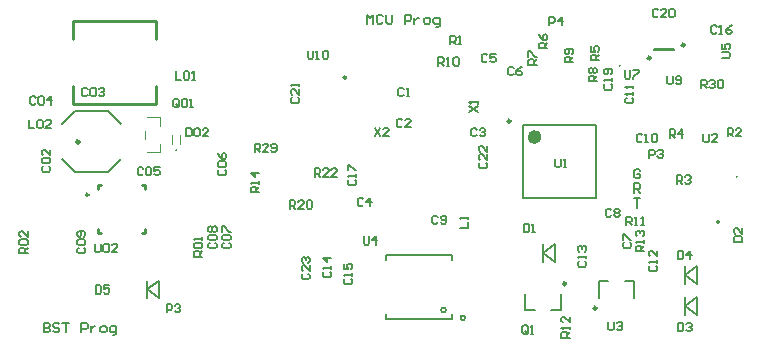
<source format=gbr>
%TF.GenerationSoftware,Altium Limited,Altium Designer,20.2.6 (244)*%
G04 Layer_Color=65535*
%FSLAX45Y45*%
%MOMM*%
%TF.SameCoordinates,BE144905-350C-4E41-9AB6-63F68E724E9C*%
%TF.FilePolarity,Positive*%
%TF.FileFunction,Legend,Top*%
%TF.Part,Single*%
G01*
G75*
%TA.AperFunction,NonConductor*%
%ADD61C,0.20000*%
%ADD62C,0.30000*%
%ADD63C,0.10000*%
%ADD74C,0.60000*%
%ADD75C,0.25000*%
%ADD76C,0.25400*%
D61*
X5230000Y2385000D02*
G03*
X5230000Y2385000I-5590J0D01*
G01*
X6070000Y1060000D02*
G03*
X6070000Y1060000I-10000J0D01*
G01*
X1472500Y1670000D02*
G03*
X1472500Y1670000I-2500J0D01*
G01*
X6223090Y1444410D02*
G03*
X6223090Y1444410I-5590J0D01*
G01*
X3756400Y315000D02*
G03*
X3756400Y315000I-20000J0D01*
G01*
X3920000Y250000D02*
G03*
X3920000Y250000I-20000J0D01*
G01*
X4407475Y1260050D02*
X5027475D01*
X4407475Y1880050D02*
X5027475D01*
Y1260050D02*
Y1880050D01*
X4407475Y1260050D02*
Y1880050D01*
X5780000Y275000D02*
Y425000D01*
Y275000D02*
Y350000D01*
X5880000Y275000D01*
X5780000Y350000D02*
X5880000Y425000D01*
Y275000D02*
Y425000D01*
X5515000Y2515000D02*
Y2525000D01*
X5685000Y2515000D02*
Y2525000D01*
X5515000Y2515000D02*
X5685000D01*
X5515000Y2525000D02*
X5685000D01*
X5780000Y535000D02*
Y685000D01*
Y535000D02*
Y610000D01*
X5880000Y535000D01*
X5780000Y610000D02*
X5880000Y685000D01*
Y535000D02*
Y685000D01*
X5050000Y417500D02*
Y557500D01*
X5130000D01*
X5350000Y417500D02*
Y557500D01*
X5270000D02*
X5350000D01*
X4729974Y312500D02*
Y452500D01*
X4649974Y312500D02*
X4729974D01*
X4429974D02*
Y452500D01*
Y312500D02*
X4509974D01*
X510000Y1590000D02*
X620000Y1480000D01*
X900000D01*
X1010000Y1590000D01*
X900000Y2000000D02*
X1010000Y1890000D01*
X620000Y2000000D02*
X900000D01*
X510000Y1890000D02*
X620000Y2000000D01*
X1230000Y415000D02*
Y565000D01*
Y415000D02*
Y490000D01*
X1330000Y415000D01*
X1230000Y490000D02*
X1330000Y565000D01*
Y415000D02*
Y565000D01*
X4680000Y725000D02*
Y875000D01*
X4580000Y800000D02*
X4680000Y875000D01*
X4580000Y800000D02*
X4680000Y725000D01*
X4580000D02*
Y800000D01*
Y725000D02*
Y875000D01*
X3810000Y740000D02*
Y780000D01*
X3250000Y740000D02*
Y780000D01*
X3810000D01*
X3250000Y240000D02*
X3810000D01*
X3250000D02*
Y280000D01*
X3810000Y240000D02*
Y280000D01*
X4683348Y1594989D02*
Y1536674D01*
X4695011Y1525011D01*
X4718337D01*
X4730000Y1536674D01*
Y1594989D01*
X4753326Y1525011D02*
X4776652D01*
X4764989D01*
Y1594989D01*
X4753326Y1583326D01*
X350000Y206632D02*
Y126658D01*
X389987D01*
X403316Y139987D01*
Y153316D01*
X389987Y166645D01*
X350000D01*
X389987D01*
X403316Y179974D01*
Y193303D01*
X389987Y206632D01*
X350000D01*
X483290Y193303D02*
X469961Y206632D01*
X443303D01*
X429974Y193303D01*
Y179974D01*
X443303Y166645D01*
X469961D01*
X483290Y153316D01*
Y139987D01*
X469961Y126658D01*
X443303D01*
X429974Y139987D01*
X509948Y206632D02*
X563265D01*
X536606D01*
Y126658D01*
X669897D02*
Y206632D01*
X709884D01*
X723213Y193303D01*
Y166645D01*
X709884Y153316D01*
X669897D01*
X749871Y179974D02*
Y126658D01*
Y153316D01*
X763200Y166645D01*
X776529Y179974D01*
X789858D01*
X843174Y126658D02*
X869832D01*
X883161Y139987D01*
Y166645D01*
X869832Y179974D01*
X843174D01*
X829845Y166645D01*
Y139987D01*
X843174Y126658D01*
X936477Y100000D02*
X949807D01*
X963135Y113329D01*
Y179974D01*
X923149D01*
X909819Y166645D01*
Y139987D01*
X923149Y126658D01*
X963135D01*
X3090000Y2736658D02*
Y2816632D01*
X3116658Y2789974D01*
X3143316Y2816632D01*
Y2736658D01*
X3223290Y2803303D02*
X3209961Y2816632D01*
X3183303D01*
X3169974Y2803303D01*
Y2749987D01*
X3183303Y2736658D01*
X3209961D01*
X3223290Y2749987D01*
X3249948Y2816632D02*
Y2749987D01*
X3263277Y2736658D01*
X3289936D01*
X3303264Y2749987D01*
Y2816632D01*
X3409897Y2736658D02*
Y2816632D01*
X3449884D01*
X3463213Y2803303D01*
Y2776645D01*
X3449884Y2763316D01*
X3409897D01*
X3489871Y2789974D02*
Y2736658D01*
Y2763316D01*
X3503200Y2776645D01*
X3516529Y2789974D01*
X3529858D01*
X3583174Y2736658D02*
X3609832D01*
X3623161Y2749987D01*
Y2776645D01*
X3609832Y2789974D01*
X3583174D01*
X3569845Y2776645D01*
Y2749987D01*
X3583174Y2736658D01*
X3676477Y2710000D02*
X3689806D01*
X3703135Y2723329D01*
Y2789974D01*
X3663148D01*
X3649819Y2776645D01*
Y2749987D01*
X3663148Y2736658D01*
X3703135D01*
X5350000Y1259974D02*
X5403316D01*
X5376658D01*
Y1180000D01*
X5350000Y1310000D02*
Y1389974D01*
X5389987D01*
X5403316Y1376645D01*
Y1349987D01*
X5389987Y1336658D01*
X5350000D01*
X5376658D02*
X5403316Y1310000D01*
Y1496645D02*
X5389987Y1509974D01*
X5363329D01*
X5350000Y1496645D01*
Y1443329D01*
X5363329Y1430000D01*
X5389987D01*
X5403316Y1443329D01*
Y1469987D01*
X5376658D01*
X3155900Y1859357D02*
X3202552Y1789380D01*
Y1859357D02*
X3155900Y1789380D01*
X3272529D02*
X3225877D01*
X3272529Y1836032D01*
Y1847695D01*
X3260866Y1859357D01*
X3237540D01*
X3225877Y1847695D01*
X3058337Y1253326D02*
X3046674Y1264989D01*
X3023348D01*
X3011685Y1253326D01*
Y1206674D01*
X3023348Y1195011D01*
X3046674D01*
X3058337Y1206674D01*
X3116652Y1195011D02*
Y1264989D01*
X3081663Y1230000D01*
X3128315D01*
X4018337Y1843326D02*
X4006674Y1854989D01*
X3983348D01*
X3971685Y1843326D01*
Y1796674D01*
X3983348Y1785011D01*
X4006674D01*
X4018337Y1796674D01*
X4041663Y1843326D02*
X4053326Y1854989D01*
X4076652D01*
X4088315Y1843326D01*
Y1831663D01*
X4076652Y1820000D01*
X4064989D01*
X4076652D01*
X4088315Y1808337D01*
Y1796674D01*
X4076652Y1785011D01*
X4053326D01*
X4041663Y1796674D01*
X3955011Y1993348D02*
X4024988Y2040000D01*
X3955011D02*
X4024988Y1993348D01*
Y2063326D02*
Y2086652D01*
Y2074989D01*
X3955011D01*
X3966674Y2063326D01*
X2586940Y2512137D02*
Y2453823D01*
X2598603Y2442160D01*
X2621929D01*
X2633592Y2453823D01*
Y2512137D01*
X2656917Y2442160D02*
X2680243D01*
X2668580D01*
Y2512137D01*
X2656917Y2500475D01*
X2715232D02*
X2726895Y2512137D01*
X2750221D01*
X2761884Y2500475D01*
Y2453823D01*
X2750221Y2442160D01*
X2726895D01*
X2715232Y2453823D01*
Y2500475D01*
X5631685Y2294989D02*
Y2236674D01*
X5643348Y2225011D01*
X5666674D01*
X5678337Y2236674D01*
Y2294989D01*
X5701663Y2236674D02*
X5713326Y2225011D01*
X5736652D01*
X5748315Y2236674D01*
Y2283326D01*
X5736652Y2294989D01*
X5713326D01*
X5701663Y2283326D01*
Y2271663D01*
X5713326Y2260000D01*
X5748315D01*
X5271685Y2344989D02*
Y2286674D01*
X5283348Y2275011D01*
X5306674D01*
X5318337Y2286674D01*
Y2344989D01*
X5341663D02*
X5388315D01*
Y2333326D01*
X5341663Y2286674D01*
Y2275011D01*
X6095011Y2451685D02*
X6153326D01*
X6164989Y2463348D01*
Y2486674D01*
X6153326Y2498337D01*
X6095011D01*
Y2568315D02*
Y2521663D01*
X6130000D01*
X6118337Y2544989D01*
Y2556652D01*
X6130000Y2568315D01*
X6153326D01*
X6164989Y2556652D01*
Y2533326D01*
X6153326Y2521663D01*
X3059380Y939877D02*
Y881563D01*
X3071043Y869900D01*
X3094369D01*
X3106032Y881563D01*
Y939877D01*
X3164346Y869900D02*
Y939877D01*
X3129357Y904889D01*
X3176009D01*
X5131685Y214989D02*
Y156674D01*
X5143348Y145011D01*
X5166674D01*
X5178337Y156674D01*
Y214989D01*
X5201663Y203326D02*
X5213326Y214989D01*
X5236652D01*
X5248315Y203326D01*
Y191663D01*
X5236652Y180000D01*
X5224989D01*
X5236652D01*
X5248315Y168337D01*
Y156674D01*
X5236652Y145011D01*
X5213326D01*
X5201663Y156674D01*
X5937200Y1806017D02*
Y1747703D01*
X5948863Y1736040D01*
X5972189D01*
X5983852Y1747703D01*
Y1806017D01*
X6053829Y1736040D02*
X6007177D01*
X6053829Y1782692D01*
Y1794355D01*
X6042166Y1806017D01*
X6018840D01*
X6007177Y1794355D01*
X786697Y874989D02*
Y816674D01*
X798360Y805011D01*
X821685D01*
X833348Y816674D01*
Y874989D01*
X856674Y863326D02*
X868337Y874989D01*
X891663D01*
X903326Y863326D01*
Y816674D01*
X891663Y805011D01*
X868337D01*
X856674Y816674D01*
Y863326D01*
X973303Y805011D02*
X926652D01*
X973303Y851663D01*
Y863326D01*
X961640Y874989D01*
X938315D01*
X926652Y863326D01*
X5916697Y2195011D02*
Y2264989D01*
X5951685D01*
X5963348Y2253326D01*
Y2230000D01*
X5951685Y2218337D01*
X5916697D01*
X5940022D02*
X5963348Y2195011D01*
X5986674Y2253326D02*
X5998337Y2264989D01*
X6021663D01*
X6033326Y2253326D01*
Y2241663D01*
X6021663Y2230000D01*
X6010000D01*
X6021663D01*
X6033326Y2218337D01*
Y2206674D01*
X6021663Y2195011D01*
X5998337D01*
X5986674Y2206674D01*
X6056652Y2253326D02*
X6068315Y2264989D01*
X6091640D01*
X6103303Y2253326D01*
Y2206674D01*
X6091640Y2195011D01*
X6068315D01*
X6056652Y2206674D01*
Y2253326D01*
X2136697Y1655011D02*
Y1724989D01*
X2171686D01*
X2183348Y1713326D01*
Y1690000D01*
X2171686Y1678337D01*
X2136697D01*
X2160023D02*
X2183348Y1655011D01*
X2253326D02*
X2206674D01*
X2253326Y1701663D01*
Y1713326D01*
X2241663Y1724989D01*
X2218337D01*
X2206674Y1713326D01*
X2276652Y1666674D02*
X2288315Y1655011D01*
X2311641D01*
X2323303Y1666674D01*
Y1713326D01*
X2311641Y1724989D01*
X2288315D01*
X2276652Y1713326D01*
Y1701663D01*
X2288315Y1690000D01*
X2323303D01*
X2646697Y1445011D02*
Y1514989D01*
X2681686D01*
X2693348Y1503326D01*
Y1480000D01*
X2681686Y1468337D01*
X2646697D01*
X2670023D02*
X2693348Y1445011D01*
X2763326D02*
X2716674D01*
X2763326Y1491663D01*
Y1503326D01*
X2751663Y1514989D01*
X2728337D01*
X2716674Y1503326D01*
X2833303Y1445011D02*
X2786652D01*
X2833303Y1491663D01*
Y1503326D01*
X2821641Y1514989D01*
X2798315D01*
X2786652Y1503326D01*
X2436697Y1175011D02*
Y1244989D01*
X2471685D01*
X2483348Y1233326D01*
Y1210000D01*
X2471685Y1198337D01*
X2436697D01*
X2460023D02*
X2483348Y1175011D01*
X2553326D02*
X2506674D01*
X2553326Y1221663D01*
Y1233326D01*
X2541663Y1244989D01*
X2518337D01*
X2506674Y1233326D01*
X2576652D02*
X2588315Y1244989D01*
X2611640D01*
X2623303Y1233326D01*
Y1186674D01*
X2611640Y1175011D01*
X2588315D01*
X2576652Y1186674D01*
Y1233326D01*
X2174989Y1312528D02*
X2105011D01*
Y1347517D01*
X2116674Y1359180D01*
X2140000D01*
X2151663Y1347517D01*
Y1312528D01*
Y1335854D02*
X2174989Y1359180D01*
Y1382505D02*
Y1405831D01*
Y1394168D01*
X2105011D01*
X2116674Y1382505D01*
X2174989Y1475809D02*
X2105011D01*
X2140000Y1440820D01*
Y1487472D01*
X5434989Y812528D02*
X5365011D01*
Y847517D01*
X5376674Y859180D01*
X5400000D01*
X5411663Y847517D01*
Y812528D01*
Y835854D02*
X5434989Y859180D01*
Y882506D02*
Y905832D01*
Y894169D01*
X5365011D01*
X5376674Y882506D01*
Y940820D02*
X5365011Y952483D01*
Y975809D01*
X5376674Y987472D01*
X5388337D01*
X5400000Y975809D01*
Y964146D01*
Y975809D01*
X5411663Y987472D01*
X5423326D01*
X5434989Y975809D01*
Y952483D01*
X5423326Y940820D01*
X4804989Y82528D02*
X4735011D01*
Y117517D01*
X4746674Y129180D01*
X4770000D01*
X4781663Y117517D01*
Y82528D01*
Y105854D02*
X4804989Y129180D01*
Y152505D02*
Y175831D01*
Y164168D01*
X4735011D01*
X4746674Y152505D01*
X4804989Y257472D02*
Y210820D01*
X4758337Y257472D01*
X4746674D01*
X4735011Y245809D01*
Y222483D01*
X4746674Y210820D01*
X5284191Y1035011D02*
Y1104989D01*
X5319180D01*
X5330843Y1093326D01*
Y1070000D01*
X5319180Y1058337D01*
X5284191D01*
X5307517D02*
X5330843Y1035011D01*
X5354169D02*
X5377494D01*
X5365832D01*
Y1104989D01*
X5354169Y1093326D01*
X5412483Y1035011D02*
X5435809D01*
X5424146D01*
Y1104989D01*
X5412483Y1093326D01*
X3692528Y2385011D02*
Y2454989D01*
X3727517D01*
X3739180Y2443326D01*
Y2420000D01*
X3727517Y2408337D01*
X3692528D01*
X3715854D02*
X3739180Y2385011D01*
X3762506D02*
X3785832D01*
X3774169D01*
Y2454989D01*
X3762506Y2443326D01*
X3820820D02*
X3832483Y2454989D01*
X3855809D01*
X3867472Y2443326D01*
Y2396674D01*
X3855809Y2385011D01*
X3832483D01*
X3820820Y2396674D01*
Y2443326D01*
X4834989Y2411686D02*
X4765011D01*
Y2446674D01*
X4776674Y2458337D01*
X4800000D01*
X4811663Y2446674D01*
Y2411686D01*
Y2435011D02*
X4834989Y2458337D01*
X4823326Y2481663D02*
X4834989Y2493326D01*
Y2516652D01*
X4823326Y2528315D01*
X4776674D01*
X4765011Y2516652D01*
Y2493326D01*
X4776674Y2481663D01*
X4788337D01*
X4800000Y2493326D01*
Y2528315D01*
X5034988Y2251685D02*
X4965011D01*
Y2286674D01*
X4976674Y2298337D01*
X5000000D01*
X5011663Y2286674D01*
Y2251685D01*
Y2275011D02*
X5034988Y2298337D01*
X4976674Y2321663D02*
X4965011Y2333326D01*
Y2356651D01*
X4976674Y2368314D01*
X4988337D01*
X5000000Y2356651D01*
X5011663Y2368314D01*
X5023325D01*
X5034988Y2356651D01*
Y2333326D01*
X5023325Y2321663D01*
X5011663D01*
X5000000Y2333326D01*
X4988337Y2321663D01*
X4976674D01*
X5000000Y2333326D02*
Y2356651D01*
X4524988Y2391685D02*
X4455011D01*
Y2426674D01*
X4466674Y2438337D01*
X4489999D01*
X4501662Y2426674D01*
Y2391685D01*
Y2415011D02*
X4524988Y2438337D01*
X4455011Y2461663D02*
Y2508315D01*
X4466674D01*
X4513325Y2461663D01*
X4524988D01*
X4614989Y2531685D02*
X4545011D01*
Y2566674D01*
X4556674Y2578337D01*
X4580000D01*
X4591663Y2566674D01*
Y2531685D01*
Y2555011D02*
X4614989Y2578337D01*
X4545011Y2648314D02*
X4556674Y2624989D01*
X4580000Y2601663D01*
X4603326D01*
X4614989Y2613326D01*
Y2636652D01*
X4603326Y2648314D01*
X4591663D01*
X4580000Y2636652D01*
Y2601663D01*
X5054989Y2431686D02*
X4985011D01*
Y2466674D01*
X4996674Y2478337D01*
X5020000D01*
X5031663Y2466674D01*
Y2431686D01*
Y2455011D02*
X5054989Y2478337D01*
X4985011Y2548315D02*
Y2501663D01*
X5020000D01*
X5008337Y2524989D01*
Y2536652D01*
X5020000Y2548315D01*
X5043326D01*
X5054989Y2536652D01*
Y2513326D01*
X5043326Y2501663D01*
X5651685Y1775011D02*
Y1844989D01*
X5686674D01*
X5698337Y1833326D01*
Y1810000D01*
X5686674Y1798337D01*
X5651685D01*
X5675011D02*
X5698337Y1775011D01*
X5756652D02*
Y1844989D01*
X5721663Y1810000D01*
X5768315D01*
X5711685Y1385011D02*
Y1454989D01*
X5746674D01*
X5758337Y1443326D01*
Y1420000D01*
X5746674Y1408337D01*
X5711685D01*
X5735011D02*
X5758337Y1385011D01*
X5781663Y1443326D02*
X5793326Y1454989D01*
X5816652D01*
X5828314Y1443326D01*
Y1431663D01*
X5816652Y1420000D01*
X5804989D01*
X5816652D01*
X5828314Y1408337D01*
Y1396674D01*
X5816652Y1385011D01*
X5793326D01*
X5781663Y1396674D01*
X6141685Y1785011D02*
Y1854989D01*
X6176674D01*
X6188337Y1843326D01*
Y1820000D01*
X6176674Y1808337D01*
X6141685D01*
X6165011D02*
X6188337Y1785011D01*
X6258315D02*
X6211663D01*
X6258315Y1831663D01*
Y1843326D01*
X6246652Y1854989D01*
X6223326D01*
X6211663Y1843326D01*
X214988Y796696D02*
X145011D01*
Y831685D01*
X156674Y843348D01*
X180000D01*
X191663Y831685D01*
Y796696D01*
Y820022D02*
X214988Y843348D01*
X156674Y866674D02*
X145011Y878337D01*
Y901663D01*
X156674Y913326D01*
X203325D01*
X214988Y901663D01*
Y878337D01*
X203325Y866674D01*
X156674D01*
X214988Y983303D02*
Y936651D01*
X168337Y983303D01*
X156674D01*
X145011Y971640D01*
Y948314D01*
X156674Y936651D01*
X3793348Y2565011D02*
Y2634989D01*
X3828337D01*
X3840000Y2623326D01*
Y2600000D01*
X3828337Y2588337D01*
X3793348D01*
X3816674D02*
X3840000Y2565011D01*
X3863326D02*
X3886652D01*
X3874989D01*
Y2634989D01*
X3863326Y2623326D01*
X1694988Y768360D02*
X1625011D01*
Y803348D01*
X1636674Y815011D01*
X1659999D01*
X1671662Y803348D01*
Y768360D01*
Y791685D02*
X1694988Y815011D01*
X1636674Y838337D02*
X1625011Y850000D01*
Y873326D01*
X1636674Y884989D01*
X1683325D01*
X1694988Y873326D01*
Y850000D01*
X1683325Y838337D01*
X1636674D01*
X1694988Y908315D02*
Y931641D01*
Y919978D01*
X1625011D01*
X1636674Y908315D01*
X4450000Y126674D02*
Y173326D01*
X4438337Y184989D01*
X4415011D01*
X4403348Y173326D01*
Y126674D01*
X4415011Y115011D01*
X4438337D01*
X4426674Y138337D02*
X4450000Y115011D01*
X4438337D02*
X4450000Y126674D01*
X4473326Y115011D02*
X4496652D01*
X4484989D01*
Y184989D01*
X4473326Y173326D01*
X1495011Y2046674D02*
Y2093326D01*
X1483348Y2104989D01*
X1460022D01*
X1448360Y2093326D01*
Y2046674D01*
X1460022Y2035011D01*
X1483348D01*
X1471685Y2058337D02*
X1495011Y2035011D01*
X1483348D02*
X1495011Y2046674D01*
X1518337Y2093326D02*
X1530000Y2104989D01*
X1553326D01*
X1564989Y2093326D01*
Y2046674D01*
X1553326Y2035011D01*
X1530000D01*
X1518337Y2046674D01*
Y2093326D01*
X1588315Y2035011D02*
X1611640D01*
X1599977D01*
Y2104989D01*
X1588315Y2093326D01*
X4631685Y2725011D02*
Y2794989D01*
X4666674D01*
X4678337Y2783326D01*
Y2760000D01*
X4666674Y2748337D01*
X4631685D01*
X4736652Y2725011D02*
Y2794989D01*
X4701663Y2760000D01*
X4748315D01*
X5477460Y1603960D02*
Y1673937D01*
X5512449D01*
X5524112Y1662275D01*
Y1638949D01*
X5512449Y1627286D01*
X5477460D01*
X5547437Y1662275D02*
X5559100Y1673937D01*
X5582426D01*
X5594089Y1662275D01*
Y1650612D01*
X5582426Y1638949D01*
X5570763D01*
X5582426D01*
X5594089Y1627286D01*
Y1615623D01*
X5582426Y1603960D01*
X5559100D01*
X5547437Y1615623D01*
X1391685Y295011D02*
Y364989D01*
X1426674D01*
X1438337Y353326D01*
Y330000D01*
X1426674Y318337D01*
X1391685D01*
X1461663Y353326D02*
X1473326Y364989D01*
X1496652D01*
X1508314Y353326D01*
Y341663D01*
X1496652Y330000D01*
X1484989D01*
X1496652D01*
X1508314Y318337D01*
Y306674D01*
X1496652Y295011D01*
X1473326D01*
X1461663Y306674D01*
X226697Y1924989D02*
Y1855011D01*
X273348D01*
X296674Y1913326D02*
X308337Y1924989D01*
X331663D01*
X343326Y1913326D01*
Y1866674D01*
X331663Y1855011D01*
X308337D01*
X296674Y1866674D01*
Y1913326D01*
X413303Y1855011D02*
X366652D01*
X413303Y1901663D01*
Y1913326D01*
X401641Y1924989D01*
X378315D01*
X366652Y1913326D01*
X3875011Y1013348D02*
X3944988D01*
Y1060000D01*
Y1083326D02*
Y1106652D01*
Y1094989D01*
X3875011D01*
X3886674Y1083326D01*
X1468360Y2334989D02*
Y2265011D01*
X1515011D01*
X1538337Y2323326D02*
X1550000Y2334989D01*
X1573326D01*
X1584989Y2323326D01*
Y2276674D01*
X1573326Y2265011D01*
X1550000D01*
X1538337Y2276674D01*
Y2323326D01*
X1608315Y2265011D02*
X1631640D01*
X1619977D01*
Y2334989D01*
X1608315Y2323326D01*
X791685Y524989D02*
Y455011D01*
X826674D01*
X838337Y466674D01*
Y513326D01*
X826674Y524989D01*
X791685D01*
X908314D02*
X861663D01*
Y490000D01*
X884989Y501663D01*
X896651D01*
X908314Y490000D01*
Y466674D01*
X896651Y455011D01*
X873326D01*
X861663Y466674D01*
X5721686Y814989D02*
Y745011D01*
X5756674D01*
X5768337Y756674D01*
Y803326D01*
X5756674Y814989D01*
X5721686D01*
X5826652Y745011D02*
Y814989D01*
X5791663Y780000D01*
X5838315D01*
X5721686Y204989D02*
Y135011D01*
X5756674D01*
X5768337Y146674D01*
Y193326D01*
X5756674Y204989D01*
X5721686D01*
X5791663Y193326D02*
X5803326Y204989D01*
X5826652D01*
X5838315Y193326D01*
Y181663D01*
X5826652Y170000D01*
X5814989D01*
X5826652D01*
X5838315Y158337D01*
Y146674D01*
X5826652Y135011D01*
X5803326D01*
X5791663Y146674D01*
X6195011Y891685D02*
X6264988D01*
Y926674D01*
X6253325Y938337D01*
X6206674D01*
X6195011Y926674D01*
Y891685D01*
X6264988Y1008314D02*
Y961663D01*
X6218337Y1008314D01*
X6206674D01*
X6195011Y996652D01*
Y973326D01*
X6206674Y961663D01*
X1556697Y1854989D02*
Y1785011D01*
X1591685D01*
X1603348Y1796674D01*
Y1843326D01*
X1591685Y1854989D01*
X1556697D01*
X1626674Y1843326D02*
X1638337Y1854989D01*
X1661663D01*
X1673326Y1843326D01*
Y1796674D01*
X1661663Y1785011D01*
X1638337D01*
X1626674Y1796674D01*
Y1843326D01*
X1743303Y1785011D02*
X1696652D01*
X1743303Y1831663D01*
Y1843326D01*
X1731640Y1854989D01*
X1708315D01*
X1696652Y1843326D01*
X4415740Y1044017D02*
Y974040D01*
X4450729D01*
X4462392Y985703D01*
Y1032355D01*
X4450729Y1044017D01*
X4415740D01*
X4485717Y974040D02*
X4509043D01*
X4497380D01*
Y1044017D01*
X4485717Y1032355D01*
X2546674Y623348D02*
X2535011Y611685D01*
Y588360D01*
X2546674Y576697D01*
X2593326D01*
X2604989Y588360D01*
Y611685D01*
X2593326Y623348D01*
X2604989Y693326D02*
Y646674D01*
X2558337Y693326D01*
X2546674D01*
X2535011Y681663D01*
Y658337D01*
X2546674Y646674D01*
Y716652D02*
X2535011Y728315D01*
Y751640D01*
X2546674Y763303D01*
X2558337D01*
X2570000Y751640D01*
Y739977D01*
Y751640D01*
X2581663Y763303D01*
X2593326D01*
X2604989Y751640D01*
Y728315D01*
X2593326Y716652D01*
X4046674Y1563348D02*
X4035011Y1551685D01*
Y1528360D01*
X4046674Y1516697D01*
X4093326D01*
X4104989Y1528360D01*
Y1551685D01*
X4093326Y1563348D01*
X4104989Y1633326D02*
Y1586674D01*
X4058337Y1633326D01*
X4046674D01*
X4035011Y1621663D01*
Y1598337D01*
X4046674Y1586674D01*
X4104989Y1703303D02*
Y1656652D01*
X4058337Y1703303D01*
X4046674D01*
X4035011Y1691641D01*
Y1668315D01*
X4046674Y1656652D01*
X2456674Y2115012D02*
X2445011Y2103349D01*
Y2080023D01*
X2456674Y2068360D01*
X2503326D01*
X2514989Y2080023D01*
Y2103349D01*
X2503326Y2115012D01*
X2514989Y2184989D02*
Y2138337D01*
X2468337Y2184989D01*
X2456674D01*
X2445011Y2173326D01*
Y2150000D01*
X2456674Y2138337D01*
X2514989Y2208315D02*
Y2231641D01*
Y2219978D01*
X2445011D01*
X2456674Y2208315D01*
X5553348Y2853326D02*
X5541685Y2864989D01*
X5518360D01*
X5506697Y2853326D01*
Y2806674D01*
X5518360Y2795011D01*
X5541685D01*
X5553348Y2806674D01*
X5623326Y2795011D02*
X5576674D01*
X5623326Y2841663D01*
Y2853326D01*
X5611663Y2864989D01*
X5588337D01*
X5576674Y2853326D01*
X5646652D02*
X5658315Y2864989D01*
X5681640D01*
X5693303Y2853326D01*
Y2806674D01*
X5681640Y2795011D01*
X5658315D01*
X5646652Y2806674D01*
Y2853326D01*
X5106674Y2229180D02*
X5095011Y2217517D01*
Y2194191D01*
X5106674Y2182528D01*
X5153325D01*
X5164988Y2194191D01*
Y2217517D01*
X5153325Y2229180D01*
X5164988Y2252506D02*
Y2275831D01*
Y2264168D01*
X5095011D01*
X5106674Y2252506D01*
X5153325Y2310820D02*
X5164988Y2322483D01*
Y2345809D01*
X5153325Y2357472D01*
X5106674D01*
X5095011Y2345809D01*
Y2322483D01*
X5106674Y2310820D01*
X5118337D01*
X5130000Y2322483D01*
Y2357472D01*
X2936674Y1419180D02*
X2925011Y1407517D01*
Y1384191D01*
X2936674Y1372528D01*
X2983326D01*
X2994988Y1384191D01*
Y1407517D01*
X2983326Y1419180D01*
X2994988Y1442505D02*
Y1465831D01*
Y1454168D01*
X2925011D01*
X2936674Y1442505D01*
X2925011Y1500820D02*
Y1547472D01*
X2936674D01*
X2983326Y1500820D01*
X2994988D01*
X6049180Y2713326D02*
X6037517Y2724989D01*
X6014191D01*
X6002528Y2713326D01*
Y2666674D01*
X6014191Y2655011D01*
X6037517D01*
X6049180Y2666674D01*
X6072506Y2655011D02*
X6095832D01*
X6084169D01*
Y2724989D01*
X6072506Y2713326D01*
X6177472Y2724989D02*
X6154146Y2713326D01*
X6130820Y2690000D01*
Y2666674D01*
X6142483Y2655011D01*
X6165809D01*
X6177472Y2666674D01*
Y2678337D01*
X6165809Y2690000D01*
X6130820D01*
X2906674Y579180D02*
X2895011Y567517D01*
Y544191D01*
X2906674Y532528D01*
X2953326D01*
X2964988Y544191D01*
Y567517D01*
X2953326Y579180D01*
X2964988Y602506D02*
Y625831D01*
Y614168D01*
X2895011D01*
X2906674Y602506D01*
X2895011Y707472D02*
Y660820D01*
X2930000D01*
X2918337Y684146D01*
Y695809D01*
X2930000Y707472D01*
X2953326D01*
X2964988Y695809D01*
Y672483D01*
X2953326Y660820D01*
X2726674Y639180D02*
X2715011Y627517D01*
Y604191D01*
X2726674Y592528D01*
X2773326D01*
X2784989Y604191D01*
Y627517D01*
X2773326Y639180D01*
X2784989Y662506D02*
Y685831D01*
Y674169D01*
X2715011D01*
X2726674Y662506D01*
X2784989Y755809D02*
X2715011D01*
X2750000Y720820D01*
Y767472D01*
X4886674Y729180D02*
X4875011Y717517D01*
Y694191D01*
X4886674Y682528D01*
X4933326D01*
X4944989Y694191D01*
Y717517D01*
X4933326Y729180D01*
X4944989Y752506D02*
Y775832D01*
Y764169D01*
X4875011D01*
X4886674Y752506D01*
Y810820D02*
X4875011Y822483D01*
Y845809D01*
X4886674Y857472D01*
X4898337D01*
X4910000Y845809D01*
Y834146D01*
Y845809D01*
X4921663Y857472D01*
X4933326D01*
X4944989Y845809D01*
Y822483D01*
X4933326Y810820D01*
X5486674Y689180D02*
X5475011Y677517D01*
Y654191D01*
X5486674Y642528D01*
X5533326D01*
X5544989Y654191D01*
Y677517D01*
X5533326Y689180D01*
X5544989Y712506D02*
Y735832D01*
Y724169D01*
X5475011D01*
X5486674Y712506D01*
X5544989Y817472D02*
Y770820D01*
X5498337Y817472D01*
X5486674D01*
X5475011Y805809D01*
Y782483D01*
X5486674Y770820D01*
X5286674Y2110843D02*
X5275011Y2099180D01*
Y2075854D01*
X5286674Y2064191D01*
X5333326D01*
X5344989Y2075854D01*
Y2099180D01*
X5333326Y2110843D01*
X5344989Y2134169D02*
Y2157495D01*
Y2145832D01*
X5275011D01*
X5286674Y2134169D01*
X5344989Y2192483D02*
Y2215809D01*
Y2204146D01*
X5275011D01*
X5286674Y2192483D01*
X5419180Y1793326D02*
X5407517Y1804989D01*
X5384191D01*
X5372528Y1793326D01*
Y1746674D01*
X5384191Y1735011D01*
X5407517D01*
X5419180Y1746674D01*
X5442506Y1735011D02*
X5465832D01*
X5454169D01*
Y1804989D01*
X5442506Y1793326D01*
X5500820D02*
X5512483Y1804989D01*
X5535809D01*
X5547472Y1793326D01*
Y1746674D01*
X5535809Y1735011D01*
X5512483D01*
X5500820Y1746674D01*
Y1793326D01*
X3688337Y1103326D02*
X3676674Y1114989D01*
X3653348D01*
X3641685Y1103326D01*
Y1056674D01*
X3653348Y1045011D01*
X3676674D01*
X3688337Y1056674D01*
X3711663D02*
X3723326Y1045011D01*
X3746652D01*
X3758315Y1056674D01*
Y1103326D01*
X3746652Y1114989D01*
X3723326D01*
X3711663Y1103326D01*
Y1091663D01*
X3723326Y1080000D01*
X3758315D01*
X646674Y843348D02*
X635011Y831685D01*
Y808359D01*
X646674Y796696D01*
X693326D01*
X704988Y808359D01*
Y831685D01*
X693326Y843348D01*
X646674Y866674D02*
X635011Y878337D01*
Y901663D01*
X646674Y913326D01*
X693326D01*
X704988Y901663D01*
Y878337D01*
X693326Y866674D01*
X646674D01*
X693326Y936651D02*
X704988Y948314D01*
Y971640D01*
X693326Y983303D01*
X646674D01*
X635011Y971640D01*
Y948314D01*
X646674Y936651D01*
X658337D01*
X670000Y948314D01*
Y983303D01*
X5158337Y1163326D02*
X5146674Y1174989D01*
X5123348D01*
X5111685Y1163326D01*
Y1116674D01*
X5123348Y1105011D01*
X5146674D01*
X5158337Y1116674D01*
X5181663Y1163326D02*
X5193326Y1174989D01*
X5216652D01*
X5228315Y1163326D01*
Y1151663D01*
X5216652Y1140000D01*
X5228315Y1128337D01*
Y1116674D01*
X5216652Y1105011D01*
X5193326D01*
X5181663Y1116674D01*
Y1128337D01*
X5193326Y1140000D01*
X5181663Y1151663D01*
Y1163326D01*
X5193326Y1140000D02*
X5216652D01*
X1756674Y883348D02*
X1745011Y871685D01*
Y848359D01*
X1756674Y836697D01*
X1803326D01*
X1814989Y848359D01*
Y871685D01*
X1803326Y883348D01*
X1756674Y906674D02*
X1745011Y918337D01*
Y941663D01*
X1756674Y953326D01*
X1803326D01*
X1814989Y941663D01*
Y918337D01*
X1803326Y906674D01*
X1756674D01*
Y976652D02*
X1745011Y988315D01*
Y1011640D01*
X1756674Y1023303D01*
X1768337D01*
X1780000Y1011640D01*
X1791663Y1023303D01*
X1803326D01*
X1814989Y1011640D01*
Y988315D01*
X1803326Y976652D01*
X1791663D01*
X1780000Y988315D01*
X1768337Y976652D01*
X1756674D01*
X1780000Y988315D02*
Y1011640D01*
X5266674Y888337D02*
X5255011Y876674D01*
Y853349D01*
X5266674Y841686D01*
X5313326D01*
X5324989Y853349D01*
Y876674D01*
X5313326Y888337D01*
X5255011Y911663D02*
Y958315D01*
X5266674D01*
X5313326Y911663D01*
X5324989D01*
X1876674Y883348D02*
X1865011Y871685D01*
Y848359D01*
X1876674Y836696D01*
X1923326D01*
X1934989Y848359D01*
Y871685D01*
X1923326Y883348D01*
X1876674Y906674D02*
X1865011Y918337D01*
Y941663D01*
X1876674Y953326D01*
X1923326D01*
X1934989Y941663D01*
Y918337D01*
X1923326Y906674D01*
X1876674D01*
X1865011Y976651D02*
Y1023303D01*
X1876674D01*
X1923326Y976651D01*
X1934989D01*
X4330312Y2360775D02*
X4318649Y2372437D01*
X4295323D01*
X4283660Y2360775D01*
Y2314123D01*
X4295323Y2302460D01*
X4318649D01*
X4330312Y2314123D01*
X4400289Y2372437D02*
X4376963Y2360775D01*
X4353637Y2337449D01*
Y2314123D01*
X4365300Y2302460D01*
X4388626D01*
X4400289Y2314123D01*
Y2325786D01*
X4388626Y2337449D01*
X4353637D01*
X1836674Y1503348D02*
X1825011Y1491685D01*
Y1468360D01*
X1836674Y1456697D01*
X1883325D01*
X1894988Y1468360D01*
Y1491685D01*
X1883325Y1503348D01*
X1836674Y1526674D02*
X1825011Y1538337D01*
Y1561663D01*
X1836674Y1573326D01*
X1883325D01*
X1894988Y1561663D01*
Y1538337D01*
X1883325Y1526674D01*
X1836674D01*
X1825011Y1643303D02*
X1836674Y1619977D01*
X1860000Y1596652D01*
X1883325D01*
X1894988Y1608315D01*
Y1631640D01*
X1883325Y1643303D01*
X1871663D01*
X1860000Y1631640D01*
Y1596652D01*
X4108337Y2473326D02*
X4096674Y2484989D01*
X4073348D01*
X4061685Y2473326D01*
Y2426674D01*
X4073348Y2415011D01*
X4096674D01*
X4108337Y2426674D01*
X4178314Y2484989D02*
X4131663D01*
Y2450000D01*
X4154989Y2461663D01*
X4166652D01*
X4178314Y2450000D01*
Y2426674D01*
X4166652Y2415011D01*
X4143326D01*
X4131663Y2426674D01*
X1193348Y1513326D02*
X1181685Y1524989D01*
X1158360D01*
X1146697Y1513326D01*
Y1466674D01*
X1158360Y1455011D01*
X1181685D01*
X1193348Y1466674D01*
X1216674Y1513326D02*
X1228337Y1524989D01*
X1251663D01*
X1263326Y1513326D01*
Y1466674D01*
X1251663Y1455011D01*
X1228337D01*
X1216674Y1466674D01*
Y1513326D01*
X1333303Y1524989D02*
X1286652D01*
Y1490000D01*
X1309978Y1501663D01*
X1321640D01*
X1333303Y1490000D01*
Y1466674D01*
X1321640Y1455011D01*
X1298315D01*
X1286652Y1466674D01*
X283348Y2113326D02*
X271686Y2124989D01*
X248360D01*
X236697Y2113326D01*
Y2066674D01*
X248360Y2055011D01*
X271686D01*
X283348Y2066674D01*
X306674Y2113326D02*
X318337Y2124989D01*
X341663D01*
X353326Y2113326D01*
Y2066674D01*
X341663Y2055011D01*
X318337D01*
X306674Y2066674D01*
Y2113326D01*
X411641Y2055011D02*
Y2124989D01*
X376652Y2090000D01*
X423303D01*
X723348Y2183326D02*
X711685Y2194989D01*
X688360D01*
X676697Y2183326D01*
Y2136674D01*
X688360Y2125011D01*
X711685D01*
X723348Y2136674D01*
X746674Y2183326D02*
X758337Y2194989D01*
X781663D01*
X793326Y2183326D01*
Y2136674D01*
X781663Y2125011D01*
X758337D01*
X746674Y2136674D01*
Y2183326D01*
X816652D02*
X828315Y2194989D01*
X851640D01*
X863303Y2183326D01*
Y2171663D01*
X851640Y2160000D01*
X839977D01*
X851640D01*
X863303Y2148337D01*
Y2136674D01*
X851640Y2125011D01*
X828315D01*
X816652Y2136674D01*
X3388337Y1923326D02*
X3376674Y1934989D01*
X3353348D01*
X3341685Y1923326D01*
Y1876674D01*
X3353348Y1865011D01*
X3376674D01*
X3388337Y1876674D01*
X3458315Y1865011D02*
X3411663D01*
X3458315Y1911663D01*
Y1923326D01*
X3446652Y1934989D01*
X3423326D01*
X3411663Y1923326D01*
X346674Y1533348D02*
X335011Y1521685D01*
Y1498359D01*
X346674Y1486697D01*
X393325D01*
X404988Y1498359D01*
Y1521685D01*
X393325Y1533348D01*
X346674Y1556674D02*
X335011Y1568337D01*
Y1591663D01*
X346674Y1603326D01*
X393325D01*
X404988Y1591663D01*
Y1568337D01*
X393325Y1556674D01*
X346674D01*
X404988Y1673303D02*
Y1626652D01*
X358337Y1673303D01*
X346674D01*
X335011Y1661640D01*
Y1638314D01*
X346674Y1626652D01*
X3400000Y2183326D02*
X3388337Y2194989D01*
X3365011D01*
X3353348Y2183326D01*
Y2136674D01*
X3365011Y2125011D01*
X3388337D01*
X3400000Y2136674D01*
X3423326Y2125011D02*
X3446652D01*
X3434989D01*
Y2194989D01*
X3423326Y2183326D01*
D62*
X650000Y1740000D02*
G03*
X650000Y1740000I-10000J0D01*
G01*
D63*
X1502500Y1720000D02*
Y1800000D01*
X1437500Y1720000D02*
Y1800000D01*
X1230000Y1650000D02*
X1340000D01*
X1205000Y1812500D02*
Y1835000D01*
Y1765000D02*
Y1812500D01*
X1340000Y1650000D02*
Y1725000D01*
X1230000Y1950000D02*
X1340000D01*
Y1875000D02*
Y1950000D01*
D74*
X4537475Y1780050D02*
G03*
X4537475Y1780050I-30000J0D01*
G01*
D75*
X4304975Y1915050D02*
G03*
X4304975Y1915050I-12500J0D01*
G01*
X5490000Y2450000D02*
G03*
X5490000Y2450000I-12500J0D01*
G01*
X5777501Y2560001D02*
G03*
X5777501Y2560001I-12500J0D01*
G01*
X5032500Y332500D02*
G03*
X5032500Y332500I-12500J0D01*
G01*
X4772475Y537500D02*
G03*
X4772475Y537500I-12500J0D01*
G01*
X2910000Y2285001D02*
G03*
X2910000Y2285001I-10000J0D01*
G01*
D76*
X730000Y1290000D02*
G03*
X730000Y1290000I-10000J0D01*
G01*
X1180000Y1370000D02*
X1210000D01*
Y1340000D02*
Y1370000D01*
X810000D02*
X840000D01*
X810000Y1340000D02*
Y1370000D01*
Y970000D02*
Y1000000D01*
Y970000D02*
X840000D01*
X1180000D02*
X1210000D01*
Y1000000D01*
X1300000Y2060000D02*
Y2210000D01*
X600000Y2060000D02*
X1300000D01*
Y2610000D02*
Y2760000D01*
X600000D02*
X1300000D01*
X600000Y2610000D02*
Y2760000D01*
Y2060000D02*
Y2210000D01*
%TF.MD5,0a0999326aec78006784bc5a8632fc42*%
M02*

</source>
